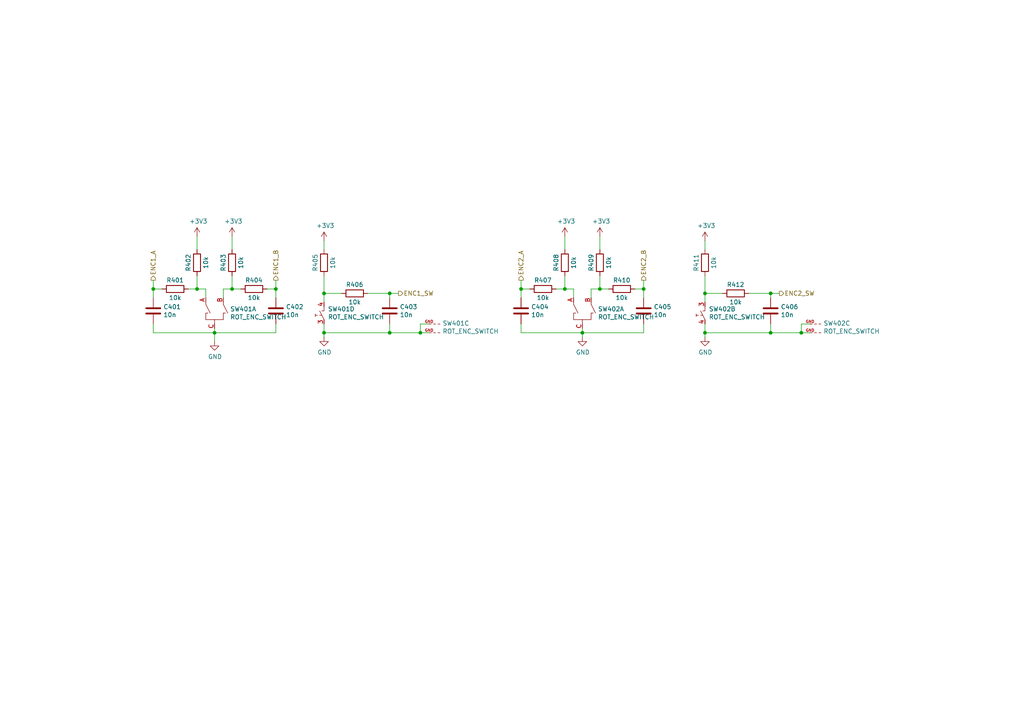
<source format=kicad_sch>
(kicad_sch (version 20211123) (generator eeschema)

  (uuid 278a91dc-d57d-4a5c-a045-34b6bd84131f)

  (paper "A4")

  (lib_symbols
    (symbol "Device:C" (pin_numbers hide) (pin_names (offset 0.254)) (in_bom yes) (on_board yes)
      (property "Reference" "C" (id 0) (at 0.635 2.54 0)
        (effects (font (size 1.27 1.27)) (justify left))
      )
      (property "Value" "C" (id 1) (at 0.635 -2.54 0)
        (effects (font (size 1.27 1.27)) (justify left))
      )
      (property "Footprint" "" (id 2) (at 0.9652 -3.81 0)
        (effects (font (size 1.27 1.27)) hide)
      )
      (property "Datasheet" "~" (id 3) (at 0 0 0)
        (effects (font (size 1.27 1.27)) hide)
      )
      (property "ki_keywords" "cap capacitor" (id 4) (at 0 0 0)
        (effects (font (size 1.27 1.27)) hide)
      )
      (property "ki_description" "Unpolarized capacitor" (id 5) (at 0 0 0)
        (effects (font (size 1.27 1.27)) hide)
      )
      (property "ki_fp_filters" "C_*" (id 6) (at 0 0 0)
        (effects (font (size 1.27 1.27)) hide)
      )
      (symbol "C_0_1"
        (polyline
          (pts
            (xy -2.032 -0.762)
            (xy 2.032 -0.762)
          )
          (stroke (width 0.508) (type default) (color 0 0 0 0))
          (fill (type none))
        )
        (polyline
          (pts
            (xy -2.032 0.762)
            (xy 2.032 0.762)
          )
          (stroke (width 0.508) (type default) (color 0 0 0 0))
          (fill (type none))
        )
      )
      (symbol "C_1_1"
        (pin passive line (at 0 3.81 270) (length 2.794)
          (name "~" (effects (font (size 1.27 1.27))))
          (number "1" (effects (font (size 1.27 1.27))))
        )
        (pin passive line (at 0 -3.81 90) (length 2.794)
          (name "~" (effects (font (size 1.27 1.27))))
          (number "2" (effects (font (size 1.27 1.27))))
        )
      )
    )
    (symbol "Device:R" (pin_numbers hide) (pin_names (offset 0)) (in_bom yes) (on_board yes)
      (property "Reference" "R" (id 0) (at 2.032 0 90)
        (effects (font (size 1.27 1.27)))
      )
      (property "Value" "R" (id 1) (at 0 0 90)
        (effects (font (size 1.27 1.27)))
      )
      (property "Footprint" "" (id 2) (at -1.778 0 90)
        (effects (font (size 1.27 1.27)) hide)
      )
      (property "Datasheet" "~" (id 3) (at 0 0 0)
        (effects (font (size 1.27 1.27)) hide)
      )
      (property "ki_keywords" "R res resistor" (id 4) (at 0 0 0)
        (effects (font (size 1.27 1.27)) hide)
      )
      (property "ki_description" "Resistor" (id 5) (at 0 0 0)
        (effects (font (size 1.27 1.27)) hide)
      )
      (property "ki_fp_filters" "R_*" (id 6) (at 0 0 0)
        (effects (font (size 1.27 1.27)) hide)
      )
      (symbol "R_0_1"
        (rectangle (start -1.016 -2.54) (end 1.016 2.54)
          (stroke (width 0.254) (type default) (color 0 0 0 0))
          (fill (type none))
        )
      )
      (symbol "R_1_1"
        (pin passive line (at 0 3.81 270) (length 1.27)
          (name "~" (effects (font (size 1.27 1.27))))
          (number "1" (effects (font (size 1.27 1.27))))
        )
        (pin passive line (at 0 -3.81 90) (length 1.27)
          (name "~" (effects (font (size 1.27 1.27))))
          (number "2" (effects (font (size 1.27 1.27))))
        )
      )
    )
    (symbol "power:+3V3" (power) (pin_names (offset 0)) (in_bom yes) (on_board yes)
      (property "Reference" "#PWR" (id 0) (at 0 -3.81 0)
        (effects (font (size 1.27 1.27)) hide)
      )
      (property "Value" "+3V3" (id 1) (at 0 3.556 0)
        (effects (font (size 1.27 1.27)))
      )
      (property "Footprint" "" (id 2) (at 0 0 0)
        (effects (font (size 1.27 1.27)) hide)
      )
      (property "Datasheet" "" (id 3) (at 0 0 0)
        (effects (font (size 1.27 1.27)) hide)
      )
      (property "ki_keywords" "power-flag" (id 4) (at 0 0 0)
        (effects (font (size 1.27 1.27)) hide)
      )
      (property "ki_description" "Power symbol creates a global label with name \"+3V3\"" (id 5) (at 0 0 0)
        (effects (font (size 1.27 1.27)) hide)
      )
      (symbol "+3V3_0_1"
        (polyline
          (pts
            (xy -0.762 1.27)
            (xy 0 2.54)
          )
          (stroke (width 0) (type default) (color 0 0 0 0))
          (fill (type none))
        )
        (polyline
          (pts
            (xy 0 0)
            (xy 0 2.54)
          )
          (stroke (width 0) (type default) (color 0 0 0 0))
          (fill (type none))
        )
        (polyline
          (pts
            (xy 0 2.54)
            (xy 0.762 1.27)
          )
          (stroke (width 0) (type default) (color 0 0 0 0))
          (fill (type none))
        )
      )
      (symbol "+3V3_1_1"
        (pin power_in line (at 0 0 90) (length 0) hide
          (name "+3V3" (effects (font (size 1.27 1.27))))
          (number "1" (effects (font (size 1.27 1.27))))
        )
      )
    )
    (symbol "power:GND" (power) (pin_names (offset 0)) (in_bom yes) (on_board yes)
      (property "Reference" "#PWR" (id 0) (at 0 -6.35 0)
        (effects (font (size 1.27 1.27)) hide)
      )
      (property "Value" "GND" (id 1) (at 0 -3.81 0)
        (effects (font (size 1.27 1.27)))
      )
      (property "Footprint" "" (id 2) (at 0 0 0)
        (effects (font (size 1.27 1.27)) hide)
      )
      (property "Datasheet" "" (id 3) (at 0 0 0)
        (effects (font (size 1.27 1.27)) hide)
      )
      (property "ki_keywords" "power-flag" (id 4) (at 0 0 0)
        (effects (font (size 1.27 1.27)) hide)
      )
      (property "ki_description" "Power symbol creates a global label with name \"GND\" , ground" (id 5) (at 0 0 0)
        (effects (font (size 1.27 1.27)) hide)
      )
      (symbol "GND_0_1"
        (polyline
          (pts
            (xy 0 0)
            (xy 0 -1.27)
            (xy 1.27 -1.27)
            (xy 0 -2.54)
            (xy -1.27 -1.27)
            (xy 0 -1.27)
          )
          (stroke (width 0) (type default) (color 0 0 0 0))
          (fill (type none))
        )
      )
      (symbol "GND_1_1"
        (pin power_in line (at 0 0 270) (length 0) hide
          (name "GND" (effects (font (size 1.27 1.27))))
          (number "1" (effects (font (size 1.27 1.27))))
        )
      )
    )
    (symbol "solder_station:ROT_ENC_SWITCH" (pin_names (offset 1.016)) (in_bom yes) (on_board yes)
      (property "Reference" "SW" (id 0) (at -2.54 3.81 0)
        (effects (font (size 1.27 1.27)))
      )
      (property "Value" "ROT_ENC_SWITCH" (id 1) (at 0 -10.16 0)
        (effects (font (size 1.27 1.27)))
      )
      (property "Footprint" "" (id 2) (at -2.54 1.905 0)
        (effects (font (size 1.27 1.27)) hide)
      )
      (property "Datasheet" "" (id 3) (at -2.54 1.905 0)
        (effects (font (size 1.27 1.27)) hide)
      )
      (property "ki_locked" "" (id 4) (at 0 0 0)
        (effects (font (size 1.27 1.27)))
      )
      (symbol "ROT_ENC_SWITCH_1_1"
        (polyline
          (pts
            (xy -2.54 1.905)
            (xy -2.54 2.54)
          )
          (stroke (width 0) (type default) (color 0 0 0 0))
          (fill (type none))
        )
        (polyline
          (pts
            (xy -2.54 1.905)
            (xy -1.27 -0.635)
          )
          (stroke (width 0) (type default) (color 0 0 0 0))
          (fill (type none))
        )
        (polyline
          (pts
            (xy 2.54 -0.635)
            (xy 3.175 -0.635)
          )
          (stroke (width 0) (type default) (color 0 0 0 0))
          (fill (type none))
        )
        (polyline
          (pts
            (xy 2.54 1.905)
            (xy 2.54 2.54)
          )
          (stroke (width 0) (type default) (color 0 0 0 0))
          (fill (type none))
        )
        (polyline
          (pts
            (xy 2.54 1.905)
            (xy 3.81 -0.635)
          )
          (stroke (width 0) (type default) (color 0 0 0 0))
          (fill (type none))
        )
        (polyline
          (pts
            (xy 0 -2.54)
            (xy 2.54 -2.54)
            (xy 2.54 -1.905)
            (xy 2.54 -0.635)
          )
          (stroke (width 0) (type default) (color 0 0 0 0))
          (fill (type none))
        )
        (polyline
          (pts
            (xy -1.905 -0.635)
            (xy -2.54 -0.635)
            (xy -2.54 -2.54)
            (xy 0 -2.54)
            (xy 0 -3.81)
          )
          (stroke (width 0) (type default) (color 0 0 0 0))
          (fill (type none))
        )
        (pin passive line (at -2.54 3.81 270) (length 1.27)
          (name "~" (effects (font (size 1.27 1.27))))
          (number "A" (effects (font (size 1.27 1.27))))
        )
        (pin passive line (at 2.54 3.81 270) (length 1.27)
          (name "~" (effects (font (size 1.27 1.27))))
          (number "B" (effects (font (size 1.27 1.27))))
        )
        (pin passive line (at 0 -5.08 90) (length 1.27)
          (name "~" (effects (font (size 1.27 1.27))))
          (number "C" (effects (font (size 1.27 1.27))))
        )
      )
      (symbol "ROT_ENC_SWITCH_2_1"
        (polyline
          (pts
            (xy -2.54 0)
            (xy -2.54 -0.381)
          )
          (stroke (width 0) (type default) (color 0 0 0 0))
          (fill (type none))
        )
        (polyline
          (pts
            (xy -2.54 0)
            (xy -2.54 0.381)
          )
          (stroke (width 0) (type default) (color 0 0 0 0))
          (fill (type none))
        )
        (polyline
          (pts
            (xy -1.905 0)
            (xy -2.54 0)
          )
          (stroke (width 0) (type default) (color 0 0 0 0))
          (fill (type none))
        )
        (polyline
          (pts
            (xy -0.635 0)
            (xy -1.27 0)
          )
          (stroke (width 0) (type default) (color 0 0 0 0))
          (fill (type none))
        )
        (polyline
          (pts
            (xy 0 -1.27)
            (xy -1.27 1.27)
          )
          (stroke (width 0) (type default) (color 0 0 0 0))
          (fill (type none))
        )
        (polyline
          (pts
            (xy -0.635 1.27)
            (xy 0 1.27)
            (xy 0 2.54)
          )
          (stroke (width 0) (type default) (color 0 0 0 0))
          (fill (type none))
        )
        (pin passive line (at 0 3.81 270) (length 1.27)
          (name "~" (effects (font (size 1.27 1.27))))
          (number "3" (effects (font (size 1.27 1.27))))
        )
        (pin passive line (at 0 -2.54 90) (length 1.27)
          (name "~" (effects (font (size 1.27 1.27))))
          (number "4" (effects (font (size 1.27 1.27))))
        )
      )
      (symbol "ROT_ENC_SWITCH_3_1"
        (polyline
          (pts
            (xy 0 -1.27)
            (xy 0.635 -1.27)
          )
          (stroke (width 0) (type default) (color 0 0 0 0))
          (fill (type none))
        )
        (polyline
          (pts
            (xy 0 1.27)
            (xy 0.635 1.27)
          )
          (stroke (width 0) (type default) (color 0 0 0 0))
          (fill (type none))
        )
        (polyline
          (pts
            (xy 1.27 -1.27)
            (xy 1.905 -1.27)
          )
          (stroke (width 0) (type default) (color 0 0 0 0))
          (fill (type none))
        )
        (polyline
          (pts
            (xy 1.27 1.27)
            (xy 1.905 1.27)
          )
          (stroke (width 0) (type default) (color 0 0 0 0))
          (fill (type none))
        )
        (polyline
          (pts
            (xy 2.54 -1.27)
            (xy 3.175 -1.27)
          )
          (stroke (width 0) (type default) (color 0 0 0 0))
          (fill (type none))
        )
        (polyline
          (pts
            (xy 2.54 1.27)
            (xy 3.175 1.27)
          )
          (stroke (width 0) (type default) (color 0 0 0 0))
          (fill (type none))
        )
        (pin passive line (at 0 -1.27 0) (length 0)
          (name "~" (effects (font (size 1.27 1.27))))
          (number "GND" (effects (font (size 0.7874 0.7874))))
        )
        (pin passive line (at 0 1.27 0) (length 0)
          (name "~" (effects (font (size 1.27 1.27))))
          (number "GND" (effects (font (size 0.7874 0.7874))))
        )
      )
      (symbol "ROT_ENC_SWITCH_4_1"
        (polyline
          (pts
            (xy -2.54 0)
            (xy -2.54 -0.381)
          )
          (stroke (width 0) (type default) (color 0 0 0 0))
          (fill (type none))
        )
        (polyline
          (pts
            (xy -2.54 0)
            (xy -2.54 0.381)
          )
          (stroke (width 0) (type default) (color 0 0 0 0))
          (fill (type none))
        )
        (polyline
          (pts
            (xy -1.905 0)
            (xy -2.54 0)
          )
          (stroke (width 0) (type default) (color 0 0 0 0))
          (fill (type none))
        )
        (polyline
          (pts
            (xy -0.635 0)
            (xy -1.27 0)
          )
          (stroke (width 0) (type default) (color 0 0 0 0))
          (fill (type none))
        )
        (polyline
          (pts
            (xy 0 -1.27)
            (xy -1.27 1.27)
          )
          (stroke (width 0) (type default) (color 0 0 0 0))
          (fill (type none))
        )
        (polyline
          (pts
            (xy -0.635 1.27)
            (xy 0 1.27)
            (xy 0 2.54)
          )
          (stroke (width 0) (type default) (color 0 0 0 0))
          (fill (type none))
        )
        (pin passive line (at 0 -2.54 90) (length 1.27)
          (name "~" (effects (font (size 1.27 1.27))))
          (number "3" (effects (font (size 1.27 1.27))))
        )
        (pin passive line (at 0 3.81 270) (length 1.27)
          (name "~" (effects (font (size 1.27 1.27))))
          (number "4" (effects (font (size 1.27 1.27))))
        )
      )
    )
  )

  (junction (at 173.99 83.82) (diameter 0) (color 0 0 0 0)
    (uuid 082aed28-f9e8-49e7-96ee-b5aa9f0319c7)
  )
  (junction (at 223.52 85.09) (diameter 0) (color 0 0 0 0)
    (uuid 0a1d0cbe-85ab-4f0f-b3b1-fcef21dfb600)
  )
  (junction (at 80.01 83.82) (diameter 0) (color 0 0 0 0)
    (uuid 0a5610bb-d01a-4417-8271-dc424dd2c838)
  )
  (junction (at 93.98 85.09) (diameter 0) (color 0 0 0 0)
    (uuid 1de61170-5337-44c5-ba28-bd477db4bff1)
  )
  (junction (at 113.03 96.52) (diameter 0) (color 0 0 0 0)
    (uuid 22c28634-55a5-4f76-9217-6b70ddd108b8)
  )
  (junction (at 44.45 83.82) (diameter 0) (color 0 0 0 0)
    (uuid 42ecdba3-f348-4384-8d4b-cd21e56f3613)
  )
  (junction (at 93.98 96.52) (diameter 0) (color 0 0 0 0)
    (uuid 456c5e47-d71e-4708-b061-1e61634d8648)
  )
  (junction (at 121.92 96.52) (diameter 0) (color 0 0 0 0)
    (uuid 4d2fd49e-2cb2-44d4-8935-68488970d97b)
  )
  (junction (at 67.31 83.82) (diameter 0) (color 0 0 0 0)
    (uuid 6150c02b-beb5-4af1-951e-3666a285a6ea)
  )
  (junction (at 57.15 83.82) (diameter 0) (color 0 0 0 0)
    (uuid 706c1cb9-5d96-4282-9efc-6147f0125147)
  )
  (junction (at 223.52 96.52) (diameter 0) (color 0 0 0 0)
    (uuid 83e349fb-6338-43f9-ad3f-2e7f4b8bb4a9)
  )
  (junction (at 168.91 96.52) (diameter 0) (color 0 0 0 0)
    (uuid 8b963561-586b-4575-b721-87e7914602c6)
  )
  (junction (at 113.03 85.09) (diameter 0) (color 0 0 0 0)
    (uuid 9f4abbc0-6ac3-48f0-b823-2c1c19349540)
  )
  (junction (at 151.13 83.82) (diameter 0) (color 0 0 0 0)
    (uuid ae158d42-76cc-4911-a621-4cc28931c98b)
  )
  (junction (at 204.47 85.09) (diameter 0) (color 0 0 0 0)
    (uuid b66b83a0-313f-4b03-b851-c6e9577a6eb7)
  )
  (junction (at 204.47 96.52) (diameter 0) (color 0 0 0 0)
    (uuid b7b00984-6ab1-482e-b4b4-67cac44d44da)
  )
  (junction (at 186.69 83.82) (diameter 0) (color 0 0 0 0)
    (uuid c37d3f0c-41ec-4928-8869-febc821c6326)
  )
  (junction (at 62.23 96.52) (diameter 0) (color 0 0 0 0)
    (uuid ca56e1ad-54bf-4df5-a4f7-99f5d61d0de9)
  )
  (junction (at 163.83 83.82) (diameter 0) (color 0 0 0 0)
    (uuid d68dca9b-48b3-498b-9b5f-3b3838250f82)
  )
  (junction (at 232.41 96.52) (diameter 0) (color 0 0 0 0)
    (uuid fcfb3f77-487d-44de-bd4e-948fbeca3220)
  )

  (wire (pts (xy 93.98 72.39) (xy 93.98 69.85))
    (stroke (width 0) (type default) (color 0 0 0 0))
    (uuid 022502e0-e724-4b75-bc35-3c5984dbeb76)
  )
  (wire (pts (xy 223.52 96.52) (xy 232.41 96.52))
    (stroke (width 0) (type default) (color 0 0 0 0))
    (uuid 044de712-d3da-40ed-9c9f-d91ef285c74c)
  )
  (wire (pts (xy 163.83 68.58) (xy 163.83 72.39))
    (stroke (width 0) (type default) (color 0 0 0 0))
    (uuid 0b110cbc-e477-4bdc-9c81-26a3d588d354)
  )
  (wire (pts (xy 44.45 96.52) (xy 62.23 96.52))
    (stroke (width 0) (type default) (color 0 0 0 0))
    (uuid 0c5dddf1-38df-43d2-b49c-e7b691dab0ab)
  )
  (wire (pts (xy 44.45 93.98) (xy 44.45 96.52))
    (stroke (width 0) (type default) (color 0 0 0 0))
    (uuid 0ce1dd44-f307-4f98-9f0d-478fd87daa64)
  )
  (wire (pts (xy 176.53 83.82) (xy 173.99 83.82))
    (stroke (width 0) (type default) (color 0 0 0 0))
    (uuid 10b20c6b-8045-46d1-a965-0d7dd9a1b5fa)
  )
  (wire (pts (xy 163.83 83.82) (xy 163.83 80.01))
    (stroke (width 0) (type default) (color 0 0 0 0))
    (uuid 165f4d8d-26a9-4cf2-a8d6-9936cd983be4)
  )
  (wire (pts (xy 223.52 85.09) (xy 223.52 86.36))
    (stroke (width 0) (type default) (color 0 0 0 0))
    (uuid 1732b93f-cd0e-4ca4-a905-bb406354ca33)
  )
  (wire (pts (xy 113.03 85.09) (xy 115.57 85.09))
    (stroke (width 0) (type default) (color 0 0 0 0))
    (uuid 1cb64bfe-d819-47e3-be11-515b04f2c451)
  )
  (wire (pts (xy 106.68 85.09) (xy 113.03 85.09))
    (stroke (width 0) (type default) (color 0 0 0 0))
    (uuid 2102c637-9f11-48f1-aae6-b4139dc22be2)
  )
  (wire (pts (xy 232.41 93.98) (xy 232.41 96.52))
    (stroke (width 0) (type default) (color 0 0 0 0))
    (uuid 234e1024-0b7f-410c-90bb-bae43af1eb25)
  )
  (wire (pts (xy 113.03 93.98) (xy 113.03 96.52))
    (stroke (width 0) (type default) (color 0 0 0 0))
    (uuid 272c2a78-b5f5-4b61-aed3-ec69e0e92729)
  )
  (wire (pts (xy 217.17 85.09) (xy 223.52 85.09))
    (stroke (width 0) (type default) (color 0 0 0 0))
    (uuid 2f0570b6-86da-47a8-9e56-ce60c431c534)
  )
  (wire (pts (xy 121.92 96.52) (xy 124.46 96.52))
    (stroke (width 0) (type default) (color 0 0 0 0))
    (uuid 3335d379-08d8-4469-9fa1-495ed5a43fba)
  )
  (wire (pts (xy 93.98 85.09) (xy 93.98 80.01))
    (stroke (width 0) (type default) (color 0 0 0 0))
    (uuid 3a1a39fc-8030-4c93-9d9c-d79ba6824099)
  )
  (wire (pts (xy 46.99 83.82) (xy 44.45 83.82))
    (stroke (width 0) (type default) (color 0 0 0 0))
    (uuid 3b65c51e-c243-447e-bee9-832d94c1630e)
  )
  (wire (pts (xy 67.31 83.82) (xy 67.31 80.01))
    (stroke (width 0) (type default) (color 0 0 0 0))
    (uuid 3bbbbb7d-391c-4fee-ac81-3c47878edc38)
  )
  (wire (pts (xy 113.03 85.09) (xy 113.03 86.36))
    (stroke (width 0) (type default) (color 0 0 0 0))
    (uuid 3f2a6679-91d7-4b6c-bf5c-c4d5abb2bc44)
  )
  (wire (pts (xy 204.47 96.52) (xy 204.47 93.98))
    (stroke (width 0) (type default) (color 0 0 0 0))
    (uuid 44b926bf-8bdd-4191-846d-2dfabab2cecb)
  )
  (wire (pts (xy 80.01 93.98) (xy 80.01 96.52))
    (stroke (width 0) (type default) (color 0 0 0 0))
    (uuid 4970ec6e-3725-4619-b57d-dc2c2cb86ed0)
  )
  (wire (pts (xy 69.85 83.82) (xy 67.31 83.82))
    (stroke (width 0) (type default) (color 0 0 0 0))
    (uuid 4a53fa56-d65b-42a4-a4be-8f49c4c015bb)
  )
  (wire (pts (xy 93.98 87.63) (xy 93.98 85.09))
    (stroke (width 0) (type default) (color 0 0 0 0))
    (uuid 4ce9470f-5633-41bf-89ac-74a810939893)
  )
  (wire (pts (xy 223.52 96.52) (xy 204.47 96.52))
    (stroke (width 0) (type default) (color 0 0 0 0))
    (uuid 58126faf-01a4-4f91-8e8c-ca9e47b48048)
  )
  (wire (pts (xy 62.23 99.06) (xy 62.23 96.52))
    (stroke (width 0) (type default) (color 0 0 0 0))
    (uuid 58390862-1833-41dd-9c4e-98073ea0da33)
  )
  (wire (pts (xy 153.67 83.82) (xy 151.13 83.82))
    (stroke (width 0) (type default) (color 0 0 0 0))
    (uuid 58cc7831-f944-4d33-8c61-2fd5bebc61e0)
  )
  (wire (pts (xy 171.45 86.36) (xy 171.45 83.82))
    (stroke (width 0) (type default) (color 0 0 0 0))
    (uuid 59f60168-cced-43c9-aaa5-41a1a8a2f631)
  )
  (wire (pts (xy 59.69 83.82) (xy 57.15 83.82))
    (stroke (width 0) (type default) (color 0 0 0 0))
    (uuid 5bab6a37-1fdf-4cf8-b571-44c962ed86e9)
  )
  (wire (pts (xy 80.01 96.52) (xy 62.23 96.52))
    (stroke (width 0) (type default) (color 0 0 0 0))
    (uuid 5e755161-24a5-4650-a6e3-9836bf074412)
  )
  (wire (pts (xy 151.13 83.82) (xy 151.13 81.28))
    (stroke (width 0) (type default) (color 0 0 0 0))
    (uuid 60d26b83-9c3a-4edb-93ef-ab3d9d05e8cb)
  )
  (wire (pts (xy 168.91 96.52) (xy 168.91 95.25))
    (stroke (width 0) (type default) (color 0 0 0 0))
    (uuid 645bdbdc-8f65-42ef-a021-2d3e7d74a739)
  )
  (wire (pts (xy 204.47 72.39) (xy 204.47 69.85))
    (stroke (width 0) (type default) (color 0 0 0 0))
    (uuid 6762c669-2824-49a2-8bd4-3f19091dd75a)
  )
  (wire (pts (xy 204.47 87.63) (xy 204.47 85.09))
    (stroke (width 0) (type default) (color 0 0 0 0))
    (uuid 72366acb-6c86-4134-89df-01ed6e4dc8e0)
  )
  (wire (pts (xy 93.98 96.52) (xy 93.98 93.98))
    (stroke (width 0) (type default) (color 0 0 0 0))
    (uuid 7273dd21-e834-41d3-b279-d7de727709ca)
  )
  (wire (pts (xy 209.55 85.09) (xy 204.47 85.09))
    (stroke (width 0) (type default) (color 0 0 0 0))
    (uuid 7274c82d-0cb9-47de-b093-7d848f491410)
  )
  (wire (pts (xy 166.37 83.82) (xy 163.83 83.82))
    (stroke (width 0) (type default) (color 0 0 0 0))
    (uuid 74855e0d-40e4-4940-a544-edae9207b2ea)
  )
  (wire (pts (xy 80.01 83.82) (xy 80.01 86.36))
    (stroke (width 0) (type default) (color 0 0 0 0))
    (uuid 755f94aa-38f0-4a64-a7c7-6c71cb18cddf)
  )
  (wire (pts (xy 54.61 83.82) (xy 57.15 83.82))
    (stroke (width 0) (type default) (color 0 0 0 0))
    (uuid 88deea08-baa5-4041-beb7-01c299cf00e6)
  )
  (wire (pts (xy 186.69 96.52) (xy 168.91 96.52))
    (stroke (width 0) (type default) (color 0 0 0 0))
    (uuid 8b3ba7fc-20b6-43c4-a020-80151e1caecc)
  )
  (wire (pts (xy 166.37 86.36) (xy 166.37 83.82))
    (stroke (width 0) (type default) (color 0 0 0 0))
    (uuid 8e697b96-cf4c-43ef-b321-8c2422b088bf)
  )
  (wire (pts (xy 161.29 83.82) (xy 163.83 83.82))
    (stroke (width 0) (type default) (color 0 0 0 0))
    (uuid 92a23ed4-a5ea-4cea-bc33-0a83191a0d32)
  )
  (wire (pts (xy 59.69 86.36) (xy 59.69 83.82))
    (stroke (width 0) (type default) (color 0 0 0 0))
    (uuid 92f063a3-7cce-4a96-8a3a-cf5767f700c6)
  )
  (wire (pts (xy 121.92 93.98) (xy 121.92 96.52))
    (stroke (width 0) (type default) (color 0 0 0 0))
    (uuid 9640e044-e4b2-4c33-9e1c-1d9894a69337)
  )
  (wire (pts (xy 77.47 83.82) (xy 80.01 83.82))
    (stroke (width 0) (type default) (color 0 0 0 0))
    (uuid 9c2999b2-1cf1-4204-9d23-243401b77aa3)
  )
  (wire (pts (xy 151.13 83.82) (xy 151.13 86.36))
    (stroke (width 0) (type default) (color 0 0 0 0))
    (uuid 9de304ba-fba7-4896-b969-9d87a3522d74)
  )
  (wire (pts (xy 223.52 93.98) (xy 223.52 96.52))
    (stroke (width 0) (type default) (color 0 0 0 0))
    (uuid 9e136ac4-5d28-4814-9ebf-c30c372bc2ec)
  )
  (wire (pts (xy 64.77 83.82) (xy 67.31 83.82))
    (stroke (width 0) (type default) (color 0 0 0 0))
    (uuid 9ed09117-33cf-45a3-85a7-2606522feaf8)
  )
  (wire (pts (xy 57.15 68.58) (xy 57.15 72.39))
    (stroke (width 0) (type default) (color 0 0 0 0))
    (uuid 9f969b13-1795-4747-8326-93bdc304ed56)
  )
  (wire (pts (xy 44.45 83.82) (xy 44.45 86.36))
    (stroke (width 0) (type default) (color 0 0 0 0))
    (uuid a177c3b4-b04c-490e-b3fe-d3d4d7aa24a7)
  )
  (wire (pts (xy 173.99 68.58) (xy 173.99 72.39))
    (stroke (width 0) (type default) (color 0 0 0 0))
    (uuid a22bec73-a69c-4ab7-8d8d-f6a6b09f925f)
  )
  (wire (pts (xy 113.03 96.52) (xy 93.98 96.52))
    (stroke (width 0) (type default) (color 0 0 0 0))
    (uuid a3fab380-991d-404b-95d5-1c209b047b6e)
  )
  (wire (pts (xy 99.06 85.09) (xy 93.98 85.09))
    (stroke (width 0) (type default) (color 0 0 0 0))
    (uuid aa23bfe3-454b-4a2b-bfe1-101c747eb84e)
  )
  (wire (pts (xy 234.95 93.98) (xy 232.41 93.98))
    (stroke (width 0) (type default) (color 0 0 0 0))
    (uuid aae6bc05-6036-4fc6-8be7-c70daf5c8932)
  )
  (wire (pts (xy 57.15 83.82) (xy 57.15 80.01))
    (stroke (width 0) (type default) (color 0 0 0 0))
    (uuid ad4d05f5-6957-42f8-b65c-c657b9a26485)
  )
  (wire (pts (xy 151.13 93.98) (xy 151.13 96.52))
    (stroke (width 0) (type default) (color 0 0 0 0))
    (uuid b1ba92d5-0d41-4be9-b483-47d08dc1785d)
  )
  (wire (pts (xy 151.13 96.52) (xy 168.91 96.52))
    (stroke (width 0) (type default) (color 0 0 0 0))
    (uuid bf6104a1-a529-4c00-b4ae-92001543f7ec)
  )
  (wire (pts (xy 204.47 97.79) (xy 204.47 96.52))
    (stroke (width 0) (type default) (color 0 0 0 0))
    (uuid c3a69550-c4fa-45d1-9aba-0bba47699cca)
  )
  (wire (pts (xy 80.01 81.28) (xy 80.01 83.82))
    (stroke (width 0) (type default) (color 0 0 0 0))
    (uuid d5f4d798-57d3-493b-b57c-3b6e89508879)
  )
  (wire (pts (xy 67.31 68.58) (xy 67.31 72.39))
    (stroke (width 0) (type default) (color 0 0 0 0))
    (uuid d655bb0a-cbf9-4908-ad60-7024ff468fbd)
  )
  (wire (pts (xy 204.47 85.09) (xy 204.47 80.01))
    (stroke (width 0) (type default) (color 0 0 0 0))
    (uuid dad2f9a9-292b-4f7e-9524-a263f3c1ba74)
  )
  (wire (pts (xy 232.41 96.52) (xy 234.95 96.52))
    (stroke (width 0) (type default) (color 0 0 0 0))
    (uuid e0b0947e-ec91-4d8a-8663-5a112b0a8541)
  )
  (wire (pts (xy 44.45 81.28) (xy 44.45 83.82))
    (stroke (width 0) (type default) (color 0 0 0 0))
    (uuid e4504518-96e7-4c9e-8457-7273f5a490f1)
  )
  (wire (pts (xy 223.52 85.09) (xy 226.06 85.09))
    (stroke (width 0) (type default) (color 0 0 0 0))
    (uuid ea77ba09-319a-49bd-ad5b-49f4c76f232c)
  )
  (wire (pts (xy 64.77 86.36) (xy 64.77 83.82))
    (stroke (width 0) (type default) (color 0 0 0 0))
    (uuid eb391a95-1c1d-4613-b508-c76b8bc13a73)
  )
  (wire (pts (xy 173.99 83.82) (xy 173.99 80.01))
    (stroke (width 0) (type default) (color 0 0 0 0))
    (uuid ef94502b-f22d-4da7-a17f-4100090b03a1)
  )
  (wire (pts (xy 121.92 96.52) (xy 113.03 96.52))
    (stroke (width 0) (type default) (color 0 0 0 0))
    (uuid f220d6a7-3170-4e04-8de6-2df0c3962fe0)
  )
  (wire (pts (xy 186.69 93.98) (xy 186.69 96.52))
    (stroke (width 0) (type default) (color 0 0 0 0))
    (uuid f503ea07-bcf1-4924-930a-6f7e9cd312f8)
  )
  (wire (pts (xy 186.69 83.82) (xy 186.69 86.36))
    (stroke (width 0) (type default) (color 0 0 0 0))
    (uuid f67bbef3-6f59-49ba-8890-d1f9dc9f9ad6)
  )
  (wire (pts (xy 171.45 83.82) (xy 173.99 83.82))
    (stroke (width 0) (type default) (color 0 0 0 0))
    (uuid f6a3288e-9575-42bb-af05-a920d59aded8)
  )
  (wire (pts (xy 62.23 96.52) (xy 62.23 95.25))
    (stroke (width 0) (type default) (color 0 0 0 0))
    (uuid f8b47531-6c06-4e54-9fc9-cd9d0f3dd69f)
  )
  (wire (pts (xy 186.69 83.82) (xy 186.69 81.28))
    (stroke (width 0) (type default) (color 0 0 0 0))
    (uuid facb0614-068b-4c9c-a466-d374df96a94c)
  )
  (wire (pts (xy 168.91 97.79) (xy 168.91 96.52))
    (stroke (width 0) (type default) (color 0 0 0 0))
    (uuid fb0b1440-18be-4b5f-b469-b4cfaf66fc53)
  )
  (wire (pts (xy 124.46 93.98) (xy 121.92 93.98))
    (stroke (width 0) (type default) (color 0 0 0 0))
    (uuid fd29cce5-2d5d-4676-956a-df49a3c13d23)
  )
  (wire (pts (xy 184.15 83.82) (xy 186.69 83.82))
    (stroke (width 0) (type default) (color 0 0 0 0))
    (uuid fe6d9604-2924-4f38-950b-a31e8a281973)
  )
  (wire (pts (xy 93.98 97.79) (xy 93.98 96.52))
    (stroke (width 0) (type default) (color 0 0 0 0))
    (uuid ffa442c7-cbef-461f-8613-c211201cec06)
  )

  (hierarchical_label "ENC2_B" (shape output) (at 186.69 81.28 90)
    (effects (font (size 1.27 1.27)) (justify left))
    (uuid 0c544a8c-9f45-4205-9bca-1d91c95d58ef)
  )
  (hierarchical_label "ENC1_A" (shape output) (at 44.45 81.28 90)
    (effects (font (size 1.27 1.27)) (justify left))
    (uuid 74012f9c-57f0-452a-9ea1-1e3437e264b8)
  )
  (hierarchical_label "ENC2_A" (shape output) (at 151.13 81.28 90)
    (effects (font (size 1.27 1.27)) (justify left))
    (uuid bb5d2eae-a96e-45dd-89aa-125fe22cc2fa)
  )
  (hierarchical_label "ENC2_SW" (shape output) (at 226.06 85.09 0)
    (effects (font (size 1.27 1.27)) (justify left))
    (uuid cd50b8dc-829d-4a1d-8f2a-6471f378ba87)
  )
  (hierarchical_label "ENC1_B" (shape output) (at 80.01 81.28 90)
    (effects (font (size 1.27 1.27)) (justify left))
    (uuid cfdef906-c924-4492-999d-4de066c0bce1)
  )
  (hierarchical_label "ENC1_SW" (shape output) (at 115.57 85.09 0)
    (effects (font (size 1.27 1.27)) (justify left))
    (uuid d1441985-7b63-4bf8-a06d-c70da2e3b78b)
  )

  (symbol (lib_id "Device:R") (at 73.66 83.82 270)
    (in_bom yes) (on_board yes)
    (uuid 00000000-0000-0000-0000-00005fd0cca6)
    (property "Reference" "R404" (id 0) (at 73.66 81.28 90))
    (property "Value" "10k" (id 1) (at 73.66 86.36 90))
    (property "Footprint" "Resistor_SMD:R_0805_2012Metric" (id 2) (at 73.66 82.042 90)
      (effects (font (size 1.27 1.27)) hide)
    )
    (property "Datasheet" "~" (id 3) (at 73.66 83.82 0)
      (effects (font (size 1.27 1.27)) hide)
    )
    (property "Digikey" "311-10.0KCRCT-ND" (id 4) (at 73.66 83.82 90)
      (effects (font (size 1.27 1.27)) hide)
    )
    (pin "1" (uuid 1470d71c-524a-4e0a-835d-48ad093dc97a))
    (pin "2" (uuid ae448426-6bfc-4fa6-afff-bca3d45ac648))
  )

  (symbol (lib_id "Device:R") (at 50.8 83.82 270)
    (in_bom yes) (on_board yes)
    (uuid 00000000-0000-0000-0000-00005fd123de)
    (property "Reference" "R401" (id 0) (at 50.8 81.28 90))
    (property "Value" "10k" (id 1) (at 50.8 86.36 90))
    (property "Footprint" "Resistor_SMD:R_0805_2012Metric" (id 2) (at 50.8 82.042 90)
      (effects (font (size 1.27 1.27)) hide)
    )
    (property "Datasheet" "~" (id 3) (at 50.8 83.82 0)
      (effects (font (size 1.27 1.27)) hide)
    )
    (property "Digikey" "311-10.0KCRCT-ND" (id 4) (at 50.8 83.82 90)
      (effects (font (size 1.27 1.27)) hide)
    )
    (pin "1" (uuid ed9d52fd-f3fc-4573-93ad-1847ab8363f9))
    (pin "2" (uuid 9c0f3183-b74c-4cb6-aa9d-96f377ecb847))
  )

  (symbol (lib_id "solder_station:ROT_ENC_SWITCH") (at 62.23 90.17 0) (unit 1)
    (in_bom yes) (on_board yes)
    (uuid 00000000-0000-0000-0000-00005fd15247)
    (property "Reference" "SW401" (id 0) (at 66.7512 89.6366 0)
      (effects (font (size 1.27 1.27)) (justify left))
    )
    (property "Value" "ROT_ENC_SWITCH" (id 1) (at 66.7512 91.948 0)
      (effects (font (size 1.27 1.27)) (justify left))
    )
    (property "Footprint" "solder_station:EC12E" (id 2) (at 59.69 88.265 0)
      (effects (font (size 1.27 1.27)) hide)
    )
    (property "Datasheet" "" (id 3) (at 59.69 88.265 0)
      (effects (font (size 1.27 1.27)) hide)
    )
    (property "Voelkner" "D77476" (id 4) (at 62.23 90.17 0)
      (effects (font (size 1.27 1.27)) hide)
    )
    (pin "A" (uuid 4dcf5e69-3d8c-4956-a93f-8c013d06fa46))
    (pin "B" (uuid abc6ec6d-0135-4b01-8924-d4e17e5636e2))
    (pin "C" (uuid 8361b332-84eb-42bf-bffc-78986790c93a))
  )

  (symbol (lib_id "solder_station:ROT_ENC_SWITCH") (at 93.98 91.44 0) (unit 4)
    (in_bom yes) (on_board yes)
    (uuid 00000000-0000-0000-0000-00005fd16640)
    (property "Reference" "SW401" (id 0) (at 95.0976 89.6366 0)
      (effects (font (size 1.27 1.27)) (justify left))
    )
    (property "Value" "ROT_ENC_SWITCH" (id 1) (at 95.0976 91.948 0)
      (effects (font (size 1.27 1.27)) (justify left))
    )
    (property "Footprint" "solder_station:EC12E" (id 2) (at 91.44 89.535 0)
      (effects (font (size 1.27 1.27)) hide)
    )
    (property "Datasheet" "" (id 3) (at 91.44 89.535 0)
      (effects (font (size 1.27 1.27)) hide)
    )
    (pin "3" (uuid f1ea0a50-be66-4efb-a9a6-1da01b9f8625))
    (pin "4" (uuid 951723bc-c9ee-4f0b-b470-3bfa1595b8e1))
  )

  (symbol (lib_id "Device:C") (at 44.45 90.17 0)
    (in_bom yes) (on_board yes)
    (uuid 00000000-0000-0000-0000-00005fd16d12)
    (property "Reference" "C401" (id 0) (at 47.371 89.0016 0)
      (effects (font (size 1.27 1.27)) (justify left))
    )
    (property "Value" "10n" (id 1) (at 47.371 91.313 0)
      (effects (font (size 1.27 1.27)) (justify left))
    )
    (property "Footprint" "Capacitor_SMD:C_0805_2012Metric" (id 2) (at 45.4152 93.98 0)
      (effects (font (size 1.27 1.27)) hide)
    )
    (property "Datasheet" "~" (id 3) (at 44.45 90.17 0)
      (effects (font (size 1.27 1.27)) hide)
    )
    (property "Digikey" "732-8061-1-ND" (id 4) (at 44.45 90.17 0)
      (effects (font (size 1.27 1.27)) hide)
    )
    (pin "1" (uuid 3676616d-bc05-4b98-9e6b-466ff9ac869d))
    (pin "2" (uuid f2871b8d-ac96-4eee-9521-060d0624043c))
  )

  (symbol (lib_id "solder_station:ROT_ENC_SWITCH") (at 124.46 95.25 0) (unit 3)
    (in_bom yes) (on_board yes)
    (uuid 00000000-0000-0000-0000-00005fd1774a)
    (property "Reference" "SW401" (id 0) (at 128.3462 93.7768 0)
      (effects (font (size 1.27 1.27)) (justify left))
    )
    (property "Value" "ROT_ENC_SWITCH" (id 1) (at 128.3462 96.0882 0)
      (effects (font (size 1.27 1.27)) (justify left))
    )
    (property "Footprint" "solder_station:EC12E" (id 2) (at 121.92 93.345 0)
      (effects (font (size 1.27 1.27)) hide)
    )
    (property "Datasheet" "" (id 3) (at 121.92 93.345 0)
      (effects (font (size 1.27 1.27)) hide)
    )
    (pin "GND" (uuid 6fdb650a-7213-467f-9663-85bbe59467a9))
    (pin "GND" (uuid aaf5592b-ad08-4215-8740-3b95cd581714))
  )

  (symbol (lib_id "solder_station:ROT_ENC_SWITCH") (at 234.95 95.25 0) (unit 3)
    (in_bom yes) (on_board yes)
    (uuid 00000000-0000-0000-0000-00005fd18e25)
    (property "Reference" "SW402" (id 0) (at 238.8362 93.7768 0)
      (effects (font (size 1.27 1.27)) (justify left))
    )
    (property "Value" "ROT_ENC_SWITCH" (id 1) (at 238.8362 96.0882 0)
      (effects (font (size 1.27 1.27)) (justify left))
    )
    (property "Footprint" "solder_station:EC12E" (id 2) (at 232.41 93.345 0)
      (effects (font (size 1.27 1.27)) hide)
    )
    (property "Datasheet" "" (id 3) (at 232.41 93.345 0)
      (effects (font (size 1.27 1.27)) hide)
    )
    (pin "GND" (uuid 9f6ffb13-57e9-486a-b219-71023a63dbbd))
    (pin "GND" (uuid febabea6-c0a8-40ad-8e8c-c23395c18640))
  )

  (symbol (lib_id "solder_station:ROT_ENC_SWITCH") (at 204.47 91.44 0) (unit 2)
    (in_bom yes) (on_board yes)
    (uuid 00000000-0000-0000-0000-00005fd1a2ac)
    (property "Reference" "SW402" (id 0) (at 205.5876 89.6366 0)
      (effects (font (size 1.27 1.27)) (justify left))
    )
    (property "Value" "ROT_ENC_SWITCH" (id 1) (at 205.5876 91.948 0)
      (effects (font (size 1.27 1.27)) (justify left))
    )
    (property "Footprint" "solder_station:EC12E" (id 2) (at 201.93 89.535 0)
      (effects (font (size 1.27 1.27)) hide)
    )
    (property "Datasheet" "" (id 3) (at 201.93 89.535 0)
      (effects (font (size 1.27 1.27)) hide)
    )
    (pin "3" (uuid 37536aa8-0022-4e8f-a0a0-17241953779e))
    (pin "4" (uuid c745c8a1-1283-4f43-adba-be5a79c69fbf))
  )

  (symbol (lib_id "solder_station:ROT_ENC_SWITCH") (at 168.91 90.17 0) (unit 1)
    (in_bom yes) (on_board yes)
    (uuid 00000000-0000-0000-0000-00005fd1b81b)
    (property "Reference" "SW402" (id 0) (at 173.4312 89.6366 0)
      (effects (font (size 1.27 1.27)) (justify left))
    )
    (property "Value" "ROT_ENC_SWITCH" (id 1) (at 173.4312 91.948 0)
      (effects (font (size 1.27 1.27)) (justify left))
    )
    (property "Footprint" "solder_station:EC12E" (id 2) (at 166.37 88.265 0)
      (effects (font (size 1.27 1.27)) hide)
    )
    (property "Datasheet" "" (id 3) (at 166.37 88.265 0)
      (effects (font (size 1.27 1.27)) hide)
    )
    (property "Voelkner" "D77476" (id 4) (at 168.91 90.17 0)
      (effects (font (size 1.27 1.27)) hide)
    )
    (pin "A" (uuid 3cbe59cf-f7bd-410c-80e8-c8c41dbea92b))
    (pin "B" (uuid 29f02721-cd44-4aab-90ff-8bc922f08ba4))
    (pin "C" (uuid 7fb754e3-fc94-477e-aa68-7d6d0d50d458))
  )

  (symbol (lib_id "power:GND") (at 62.23 99.06 0)
    (in_bom yes) (on_board yes)
    (uuid 00000000-0000-0000-0000-00005fd2880a)
    (property "Reference" "#PWR0402" (id 0) (at 62.23 105.41 0)
      (effects (font (size 1.27 1.27)) hide)
    )
    (property "Value" "GND" (id 1) (at 62.357 103.4542 0))
    (property "Footprint" "" (id 2) (at 62.23 99.06 0)
      (effects (font (size 1.27 1.27)) hide)
    )
    (property "Datasheet" "" (id 3) (at 62.23 99.06 0)
      (effects (font (size 1.27 1.27)) hide)
    )
    (pin "1" (uuid 0e9d336f-6a18-442b-b629-119b2e4e8171))
  )

  (symbol (lib_id "Device:R") (at 93.98 76.2 0)
    (in_bom yes) (on_board yes)
    (uuid 00000000-0000-0000-0000-00005fd2b94b)
    (property "Reference" "R405" (id 0) (at 91.44 76.2 90))
    (property "Value" "10k" (id 1) (at 96.52 76.2 90))
    (property "Footprint" "Resistor_SMD:R_0805_2012Metric" (id 2) (at 92.202 76.2 90)
      (effects (font (size 1.27 1.27)) hide)
    )
    (property "Datasheet" "~" (id 3) (at 93.98 76.2 0)
      (effects (font (size 1.27 1.27)) hide)
    )
    (property "Digikey" "311-10.0KCRCT-ND" (id 4) (at 93.98 76.2 90)
      (effects (font (size 1.27 1.27)) hide)
    )
    (pin "1" (uuid f1dd52e2-6d74-4588-b051-531a5b71342b))
    (pin "2" (uuid b454409a-845f-4680-9bf1-603026d83c45))
  )

  (symbol (lib_id "Device:R") (at 102.87 85.09 270)
    (in_bom yes) (on_board yes)
    (uuid 00000000-0000-0000-0000-00005fd2be05)
    (property "Reference" "R406" (id 0) (at 102.87 82.55 90))
    (property "Value" "10k" (id 1) (at 102.87 87.63 90))
    (property "Footprint" "Resistor_SMD:R_0805_2012Metric" (id 2) (at 102.87 83.312 90)
      (effects (font (size 1.27 1.27)) hide)
    )
    (property "Datasheet" "~" (id 3) (at 102.87 85.09 0)
      (effects (font (size 1.27 1.27)) hide)
    )
    (property "Digikey" "311-10.0KCRCT-ND" (id 4) (at 102.87 85.09 90)
      (effects (font (size 1.27 1.27)) hide)
    )
    (pin "1" (uuid 62781ddf-59f6-4934-8bfe-e0620b42832a))
    (pin "2" (uuid 30e26165-a55d-4ef5-b0b1-ededb1c1ef59))
  )

  (symbol (lib_id "Device:C") (at 113.03 90.17 0)
    (in_bom yes) (on_board yes)
    (uuid 00000000-0000-0000-0000-00005fd2e9d6)
    (property "Reference" "C403" (id 0) (at 115.951 89.0016 0)
      (effects (font (size 1.27 1.27)) (justify left))
    )
    (property "Value" "10n" (id 1) (at 115.951 91.313 0)
      (effects (font (size 1.27 1.27)) (justify left))
    )
    (property "Footprint" "Capacitor_SMD:C_0805_2012Metric" (id 2) (at 113.9952 93.98 0)
      (effects (font (size 1.27 1.27)) hide)
    )
    (property "Datasheet" "~" (id 3) (at 113.03 90.17 0)
      (effects (font (size 1.27 1.27)) hide)
    )
    (property "Digikey" "732-8061-1-ND" (id 4) (at 113.03 90.17 0)
      (effects (font (size 1.27 1.27)) hide)
    )
    (pin "1" (uuid 3b628fb8-b444-4458-9c3c-ac34cfe9ab55))
    (pin "2" (uuid a8dc8588-47f1-44ae-aaa8-c5dc23a950cc))
  )

  (symbol (lib_id "power:GND") (at 93.98 97.79 0)
    (in_bom yes) (on_board yes)
    (uuid 00000000-0000-0000-0000-00005fd3060b)
    (property "Reference" "#PWR0405" (id 0) (at 93.98 104.14 0)
      (effects (font (size 1.27 1.27)) hide)
    )
    (property "Value" "GND" (id 1) (at 94.107 102.1842 0))
    (property "Footprint" "" (id 2) (at 93.98 97.79 0)
      (effects (font (size 1.27 1.27)) hide)
    )
    (property "Datasheet" "" (id 3) (at 93.98 97.79 0)
      (effects (font (size 1.27 1.27)) hide)
    )
    (pin "1" (uuid 522dff87-8907-4e19-9947-3268606b3128))
  )

  (symbol (lib_id "power:+3V3") (at 57.15 68.58 0) (unit 1)
    (in_bom yes) (on_board yes)
    (uuid 00000000-0000-0000-0000-00005fd352c2)
    (property "Reference" "#PWR0401" (id 0) (at 57.15 72.39 0)
      (effects (font (size 1.27 1.27)) hide)
    )
    (property "Value" "+3V3" (id 1) (at 57.531 64.1858 0))
    (property "Footprint" "" (id 2) (at 57.15 68.58 0)
      (effects (font (size 1.27 1.27)) hide)
    )
    (property "Datasheet" "" (id 3) (at 57.15 68.58 0)
      (effects (font (size 1.27 1.27)) hide)
    )
    (pin "1" (uuid f864fb5b-bf1d-49dd-9a13-a03ec9b58f9a))
  )

  (symbol (lib_id "power:+3V3") (at 67.31 68.58 0) (unit 1)
    (in_bom yes) (on_board yes)
    (uuid 00000000-0000-0000-0000-00005fd3646f)
    (property "Reference" "#PWR0403" (id 0) (at 67.31 72.39 0)
      (effects (font (size 1.27 1.27)) hide)
    )
    (property "Value" "+3V3" (id 1) (at 67.691 64.1858 0))
    (property "Footprint" "" (id 2) (at 67.31 68.58 0)
      (effects (font (size 1.27 1.27)) hide)
    )
    (property "Datasheet" "" (id 3) (at 67.31 68.58 0)
      (effects (font (size 1.27 1.27)) hide)
    )
    (pin "1" (uuid 90da5213-7b3d-4dd0-8d98-e445e0df1cf0))
  )

  (symbol (lib_id "power:+3V3") (at 93.98 69.85 0) (unit 1)
    (in_bom yes) (on_board yes)
    (uuid 00000000-0000-0000-0000-00005fd369d3)
    (property "Reference" "#PWR0404" (id 0) (at 93.98 73.66 0)
      (effects (font (size 1.27 1.27)) hide)
    )
    (property "Value" "+3V3" (id 1) (at 94.361 65.4558 0))
    (property "Footprint" "" (id 2) (at 93.98 69.85 0)
      (effects (font (size 1.27 1.27)) hide)
    )
    (property "Datasheet" "" (id 3) (at 93.98 69.85 0)
      (effects (font (size 1.27 1.27)) hide)
    )
    (pin "1" (uuid f3540d71-617b-4bb4-ab14-e7c695aa5797))
  )

  (symbol (lib_id "Device:C") (at 186.69 90.17 0)
    (in_bom yes) (on_board yes)
    (uuid 00000000-0000-0000-0000-00005fd52804)
    (property "Reference" "C405" (id 0) (at 189.611 89.0016 0)
      (effects (font (size 1.27 1.27)) (justify left))
    )
    (property "Value" "10n" (id 1) (at 189.611 91.313 0)
      (effects (font (size 1.27 1.27)) (justify left))
    )
    (property "Footprint" "Capacitor_SMD:C_0805_2012Metric" (id 2) (at 187.6552 93.98 0)
      (effects (font (size 1.27 1.27)) hide)
    )
    (property "Datasheet" "~" (id 3) (at 186.69 90.17 0)
      (effects (font (size 1.27 1.27)) hide)
    )
    (property "Digikey" "732-8061-1-ND" (id 4) (at 186.69 90.17 0)
      (effects (font (size 1.27 1.27)) hide)
    )
    (pin "1" (uuid 438e3967-8f2c-48f7-ba90-17addbcef93f))
    (pin "2" (uuid 13cc0727-ff85-4fb6-91ef-7cded8edeff4))
  )

  (symbol (lib_id "Device:R") (at 173.99 76.2 0)
    (in_bom yes) (on_board yes)
    (uuid 00000000-0000-0000-0000-00005fd5280a)
    (property "Reference" "R409" (id 0) (at 171.45 76.2 90))
    (property "Value" "10k" (id 1) (at 176.53 76.2 90))
    (property "Footprint" "Resistor_SMD:R_0805_2012Metric" (id 2) (at 172.212 76.2 90)
      (effects (font (size 1.27 1.27)) hide)
    )
    (property "Datasheet" "~" (id 3) (at 173.99 76.2 0)
      (effects (font (size 1.27 1.27)) hide)
    )
    (property "Digikey" "311-10.0KCRCT-ND" (id 4) (at 173.99 76.2 90)
      (effects (font (size 1.27 1.27)) hide)
    )
    (pin "1" (uuid ad3778cb-adf0-4a96-8a27-393e10db0bcc))
    (pin "2" (uuid cdd1b7b1-ac86-4765-894c-dbd641d04d93))
  )

  (symbol (lib_id "Device:R") (at 163.83 76.2 0)
    (in_bom yes) (on_board yes)
    (uuid 00000000-0000-0000-0000-00005fd52810)
    (property "Reference" "R408" (id 0) (at 161.29 76.2 90))
    (property "Value" "10k" (id 1) (at 166.37 76.2 90))
    (property "Footprint" "Resistor_SMD:R_0805_2012Metric" (id 2) (at 162.052 76.2 90)
      (effects (font (size 1.27 1.27)) hide)
    )
    (property "Datasheet" "~" (id 3) (at 163.83 76.2 0)
      (effects (font (size 1.27 1.27)) hide)
    )
    (property "Digikey" "311-10.0KCRCT-ND" (id 4) (at 163.83 76.2 90)
      (effects (font (size 1.27 1.27)) hide)
    )
    (pin "1" (uuid 8cefbcb6-dd43-457c-815c-a428992a2d24))
    (pin "2" (uuid 59c3fc33-7dc0-4653-925d-721ded34ff6d))
  )

  (symbol (lib_id "Device:R") (at 180.34 83.82 270)
    (in_bom yes) (on_board yes)
    (uuid 00000000-0000-0000-0000-00005fd52822)
    (property "Reference" "R410" (id 0) (at 180.34 81.28 90))
    (property "Value" "10k" (id 1) (at 180.34 86.36 90))
    (property "Footprint" "Resistor_SMD:R_0805_2012Metric" (id 2) (at 180.34 82.042 90)
      (effects (font (size 1.27 1.27)) hide)
    )
    (property "Datasheet" "~" (id 3) (at 180.34 83.82 0)
      (effects (font (size 1.27 1.27)) hide)
    )
    (property "Digikey" "311-10.0KCRCT-ND" (id 4) (at 180.34 83.82 90)
      (effects (font (size 1.27 1.27)) hide)
    )
    (pin "1" (uuid 0a749787-a6ba-4649-bf57-70748f82086d))
    (pin "2" (uuid 5981a3f4-b465-40ff-8d0c-6e2bbd85dd12))
  )

  (symbol (lib_id "Device:R") (at 157.48 83.82 270)
    (in_bom yes) (on_board yes)
    (uuid 00000000-0000-0000-0000-00005fd52828)
    (property "Reference" "R407" (id 0) (at 157.48 81.28 90))
    (property "Value" "10k" (id 1) (at 157.48 86.36 90))
    (property "Footprint" "Resistor_SMD:R_0805_2012Metric" (id 2) (at 157.48 82.042 90)
      (effects (font (size 1.27 1.27)) hide)
    )
    (property "Datasheet" "~" (id 3) (at 157.48 83.82 0)
      (effects (font (size 1.27 1.27)) hide)
    )
    (property "Digikey" "311-10.0KCRCT-ND" (id 4) (at 157.48 83.82 90)
      (effects (font (size 1.27 1.27)) hide)
    )
    (pin "1" (uuid 88b7156e-6e98-479f-8f3e-c438b36a9edf))
    (pin "2" (uuid 10bad17e-3a6d-4396-9160-ac164f2c101d))
  )

  (symbol (lib_id "Device:C") (at 151.13 90.17 0)
    (in_bom yes) (on_board yes)
    (uuid 00000000-0000-0000-0000-00005fd5282e)
    (property "Reference" "C404" (id 0) (at 154.051 89.0016 0)
      (effects (font (size 1.27 1.27)) (justify left))
    )
    (property "Value" "10n" (id 1) (at 154.051 91.313 0)
      (effects (font (size 1.27 1.27)) (justify left))
    )
    (property "Footprint" "Capacitor_SMD:C_0805_2012Metric" (id 2) (at 152.0952 93.98 0)
      (effects (font (size 1.27 1.27)) hide)
    )
    (property "Datasheet" "~" (id 3) (at 151.13 90.17 0)
      (effects (font (size 1.27 1.27)) hide)
    )
    (property "Digikey" "732-8061-1-ND" (id 4) (at 151.13 90.17 0)
      (effects (font (size 1.27 1.27)) hide)
    )
    (pin "1" (uuid a5f08fbb-a715-4cf0-857c-0e9ee50cfbb9))
    (pin "2" (uuid 744b64d9-2ed3-474e-b57c-b50ff188fa42))
  )

  (symbol (lib_id "power:GND") (at 168.91 97.79 0)
    (in_bom yes) (on_board yes)
    (uuid 00000000-0000-0000-0000-00005fd52847)
    (property "Reference" "#PWR0407" (id 0) (at 168.91 104.14 0)
      (effects (font (size 1.27 1.27)) hide)
    )
    (property "Value" "GND" (id 1) (at 169.037 102.1842 0))
    (property "Footprint" "" (id 2) (at 168.91 97.79 0)
      (effects (font (size 1.27 1.27)) hide)
    )
    (property "Datasheet" "" (id 3) (at 168.91 97.79 0)
      (effects (font (size 1.27 1.27)) hide)
    )
    (pin "1" (uuid e59d3982-0a2f-471c-9bb8-9439bc98bbaf))
  )

  (symbol (lib_id "Device:R") (at 204.47 76.2 0)
    (in_bom yes) (on_board yes)
    (uuid 00000000-0000-0000-0000-00005fd5284f)
    (property "Reference" "R411" (id 0) (at 201.93 76.2 90))
    (property "Value" "10k" (id 1) (at 207.01 76.2 90))
    (property "Footprint" "Resistor_SMD:R_0805_2012Metric" (id 2) (at 202.692 76.2 90)
      (effects (font (size 1.27 1.27)) hide)
    )
    (property "Datasheet" "~" (id 3) (at 204.47 76.2 0)
      (effects (font (size 1.27 1.27)) hide)
    )
    (property "Digikey" "311-10.0KCRCT-ND" (id 4) (at 204.47 76.2 90)
      (effects (font (size 1.27 1.27)) hide)
    )
    (pin "1" (uuid 6d0cc6f0-6506-492d-bbc6-66da41e101b2))
    (pin "2" (uuid 394b05ab-37fa-4f63-96a5-5df551098ab4))
  )

  (symbol (lib_id "Device:R") (at 213.36 85.09 270)
    (in_bom yes) (on_board yes)
    (uuid 00000000-0000-0000-0000-00005fd52855)
    (property "Reference" "R412" (id 0) (at 213.36 82.55 90))
    (property "Value" "10k" (id 1) (at 213.36 87.63 90))
    (property "Footprint" "Resistor_SMD:R_0805_2012Metric" (id 2) (at 213.36 83.312 90)
      (effects (font (size 1.27 1.27)) hide)
    )
    (property "Datasheet" "~" (id 3) (at 213.36 85.09 0)
      (effects (font (size 1.27 1.27)) hide)
    )
    (property "Digikey" "311-10.0KCRCT-ND" (id 4) (at 213.36 85.09 90)
      (effects (font (size 1.27 1.27)) hide)
    )
    (pin "1" (uuid 556c6881-1118-4ba8-a9ff-789cf9a95687))
    (pin "2" (uuid 4bb5a558-bef9-4302-819c-9718971ea927))
  )

  (symbol (lib_id "Device:C") (at 223.52 90.17 0)
    (in_bom yes) (on_board yes)
    (uuid 00000000-0000-0000-0000-00005fd5285f)
    (property "Reference" "C406" (id 0) (at 226.441 89.0016 0)
      (effects (font (size 1.27 1.27)) (justify left))
    )
    (property "Value" "10n" (id 1) (at 226.441 91.313 0)
      (effects (font (size 1.27 1.27)) (justify left))
    )
    (property "Footprint" "Capacitor_SMD:C_0805_2012Metric" (id 2) (at 224.4852 93.98 0)
      (effects (font (size 1.27 1.27)) hide)
    )
    (property "Datasheet" "~" (id 3) (at 223.52 90.17 0)
      (effects (font (size 1.27 1.27)) hide)
    )
    (property "Digikey" "732-8061-1-ND" (id 4) (at 223.52 90.17 0)
      (effects (font (size 1.27 1.27)) hide)
    )
    (pin "1" (uuid ea079100-08fd-4d7f-bfb3-2ab86707607a))
    (pin "2" (uuid 2f8f5387-a95e-4209-87bc-bc8e02b4a496))
  )

  (symbol (lib_id "power:GND") (at 204.47 97.79 0)
    (in_bom yes) (on_board yes)
    (uuid 00000000-0000-0000-0000-00005fd5286a)
    (property "Reference" "#PWR0410" (id 0) (at 204.47 104.14 0)
      (effects (font (size 1.27 1.27)) hide)
    )
    (property "Value" "GND" (id 1) (at 204.597 102.1842 0))
    (property "Footprint" "" (id 2) (at 204.47 97.79 0)
      (effects (font (size 1.27 1.27)) hide)
    )
    (property "Datasheet" "" (id 3) (at 204.47 97.79 0)
      (effects (font (size 1.27 1.27)) hide)
    )
    (pin "1" (uuid 54ca13f3-a04b-4b08-b4e3-49aede80d987))
  )

  (symbol (lib_id "power:+3V3") (at 163.83 68.58 0) (unit 1)
    (in_bom yes) (on_board yes)
    (uuid 00000000-0000-0000-0000-00005fd52872)
    (property "Reference" "#PWR0406" (id 0) (at 163.83 72.39 0)
      (effects (font (size 1.27 1.27)) hide)
    )
    (property "Value" "+3V3" (id 1) (at 164.211 64.1858 0))
    (property "Footprint" "" (id 2) (at 163.83 68.58 0)
      (effects (font (size 1.27 1.27)) hide)
    )
    (property "Datasheet" "" (id 3) (at 163.83 68.58 0)
      (effects (font (size 1.27 1.27)) hide)
    )
    (pin "1" (uuid a1139ed1-b277-4a16-862b-a03b393e4661))
  )

  (symbol (lib_id "power:+3V3") (at 173.99 68.58 0) (unit 1)
    (in_bom yes) (on_board yes)
    (uuid 00000000-0000-0000-0000-00005fd52878)
    (property "Reference" "#PWR0408" (id 0) (at 173.99 72.39 0)
      (effects (font (size 1.27 1.27)) hide)
    )
    (property "Value" "+3V3" (id 1) (at 174.371 64.1858 0))
    (property "Footprint" "" (id 2) (at 173.99 68.58 0)
      (effects (font (size 1.27 1.27)) hide)
    )
    (property "Datasheet" "" (id 3) (at 173.99 68.58 0)
      (effects (font (size 1.27 1.27)) hide)
    )
    (pin "1" (uuid 54efaa0a-148b-41c6-a39d-898eddcb21ba))
  )

  (symbol (lib_id "power:+3V3") (at 204.47 69.85 0) (unit 1)
    (in_bom yes) (on_board yes)
    (uuid 00000000-0000-0000-0000-00005fd5287e)
    (property "Reference" "#PWR0409" (id 0) (at 204.47 73.66 0)
      (effects (font (size 1.27 1.27)) hide)
    )
    (property "Value" "+3V3" (id 1) (at 204.851 65.4558 0))
    (property "Footprint" "" (id 2) (at 204.47 69.85 0)
      (effects (font (size 1.27 1.27)) hide)
    )
    (property "Datasheet" "" (id 3) (at 204.47 69.85 0)
      (effects (font (size 1.27 1.27)) hide)
    )
    (pin "1" (uuid f60baf1d-0756-48b6-8344-753310caa7cd))
  )

  (symbol (lib_id "Device:C") (at 80.01 90.17 0)
    (in_bom yes) (on_board yes)
    (uuid 00000000-0000-0000-0000-00005fdcb186)
    (property "Reference" "C402" (id 0) (at 82.931 89.0016 0)
      (effects (font (size 1.27 1.27)) (justify left))
    )
    (property "Value" "10n" (id 1) (at 82.931 91.313 0)
      (effects (font (size 1.27 1.27)) (justify left))
    )
    (property "Footprint" "Capacitor_SMD:C_0805_2012Metric" (id 2) (at 80.9752 93.98 0)
      (effects (font (size 1.27 1.27)) hide)
    )
    (property "Datasheet" "~" (id 3) (at 80.01 90.17 0)
      (effects (font (size 1.27 1.27)) hide)
    )
    (property "Digikey" "732-8061-1-ND" (id 4) (at 80.01 90.17 0)
      (effects (font (size 1.27 1.27)) hide)
    )
    (pin "1" (uuid b8f7a428-cd2b-42d1-b4b0-849eb68b4948))
    (pin "2" (uuid 8afc1aeb-75c2-4f14-9452-eea0149d2b4f))
  )

  (symbol (lib_id "Device:R") (at 67.31 76.2 0)
    (in_bom yes) (on_board yes)
    (uuid 00000000-0000-0000-0000-00005fe13802)
    (property "Reference" "R403" (id 0) (at 64.77 76.2 90))
    (property "Value" "10k" (id 1) (at 69.85 76.2 90))
    (property "Footprint" "Resistor_SMD:R_0805_2012Metric" (id 2) (at 65.532 76.2 90)
      (effects (font (size 1.27 1.27)) hide)
    )
    (property "Datasheet" "~" (id 3) (at 67.31 76.2 0)
      (effects (font (size 1.27 1.27)) hide)
    )
    (property "Digikey" "311-10.0KCRCT-ND" (id 4) (at 67.31 76.2 90)
      (effects (font (size 1.27 1.27)) hide)
    )
    (pin "1" (uuid 9027e5e5-efe5-439c-b160-8e37b2e17ed3))
    (pin "2" (uuid 69e72f75-086c-4765-a178-61a7c20ce341))
  )

  (symbol (lib_id "Device:R") (at 57.15 76.2 0)
    (in_bom yes) (on_board yes)
    (uuid 00000000-0000-0000-0000-00005fe1512d)
    (property "Reference" "R402" (id 0) (at 54.61 76.2 90))
    (property "Value" "10k" (id 1) (at 59.69 76.2 90))
    (property "Footprint" "Resistor_SMD:R_0805_2012Metric" (id 2) (at 55.372 76.2 90)
      (effects (font (size 1.27 1.27)) hide)
    )
    (property "Datasheet" "~" (id 3) (at 57.15 76.2 0)
      (effects (font (size 1.27 1.27)) hide)
    )
    (property "Digikey" "311-10.0KCRCT-ND" (id 4) (at 57.15 76.2 90)
      (effects (font (size 1.27 1.27)) hide)
    )
    (pin "1" (uuid dd9d184c-dc56-421d-a116-807853fed34f))
    (pin "2" (uuid c12737bc-3d40-4321-a756-5b88d56a71c6))
  )
)

</source>
